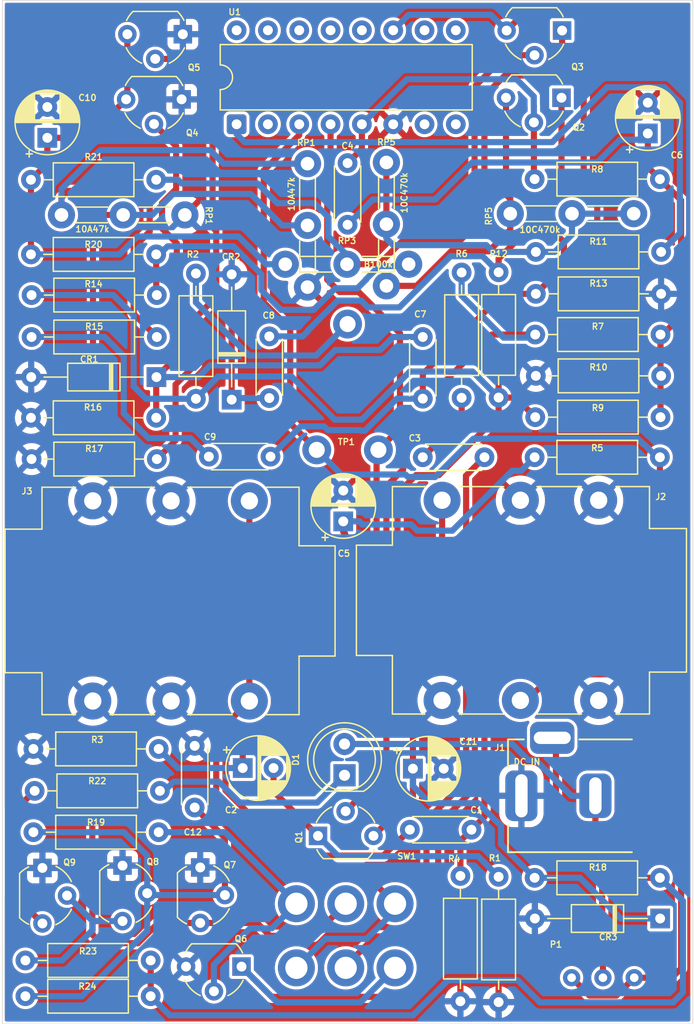
<source format=kicad_pcb>
(kicad_pcb (version 20241229) (generator "pcbnew") (generator_version "9.0")
  (layers (0 "F.Cu" signal) (2 "B.Cu" signal) (13 "F.Paste" user) (15 "B.Paste" user) (5 "F.SilkS" user "F.Silkscreen") (7 "B.SilkS" user "B.Silkscreen") (1 "F.Mask" user) (3 "B.Mask" user) (25 "Edge.Cuts" user))
  (net 0 "")
  (net 1 "Q6")
  (net 2 "Q7")
  (net 13 "Net-(SW1B-B)")
  (net 14 "BYPASS")
  (net 15 "Net-(C3-Pad1)")
  (net 16 "Net-(Q1-B)")
  (net 17 "Net-(Q1-E)")
  (net 18 "GND")
  (net 19 "Net-(U1C-+)")
  (net 20 "Net-(C1-Pad1)")
  (net 21 "Net-(U1C--)")
  (net 22 "Net-(Q2-B)")
  (net 23 "VB")
  (net 24 "Net-(P1-+)")
  (net 25 "Net-(P1--)")
  (net 26 "VCC")
  (net 27 "Net-(Q2-C)")
  (net 28 "Net-(Q2-E)")
  (net 29 "Net-(CR2-K)")
  (net 30 "Net-(CR1-K)")
  (net 31 "Net-(R14-Pad2)")
  (net 32 "Net-(Q4-C)")
  (net 33 "Net-(R2-Pad1)")
  (net 34 "Net-(R11-Pad2)")
  (net 35 "Net-(R11-Pad1)")
  (net 36 "Net-(Q3-B)")
  (net 37 "Net-(Q3-E)")
  (net 38 "Net-(C9-Pad1)")
  (net 39 "Net-(R15-Pad2)")
  (net 40 "SW")
  (net 41 "Net-(Q7-G)")
  (net 42 "Net-(D1-A)")
  (net 43 "Net-(D1-K)")
  (net 44 "Net-(Q9-C)")
  (net 45 "Net-(Q8-D)")
  (footprint "Capacitor_THT:C_Disc_D4.3mm_W1.9mm_P5.00mm" (layer "F.Cu") (at 6.1 -4.45)
    (property "Reference" "C3")
    (property "Value" "10n")
  )
  (footprint "Capacitor_THT:CP_Radial_D5.0mm_P2.50mm" (layer "F.Cu") (at -24.35 -30.35 90)
    (property "Reference" "C10")
    (property "Value" "10u")
  )
  (footprint "Resistor_THT:R_Axial_DIN0207_L6.3mm_D2.5mm_P10.16mm_Horizontal" (layer "F.Cu") (at -25.48 19.2)
    (property "Reference" "R3")
    (property "Value" "1M")
  )
  (footprint "Resistor_THT:R_Axial_DIN0207_L6.3mm_D2.5mm_P10.16mm_Horizontal" (layer "F.Cu") (at -25.68 -7.65)
    (property "Reference" "R16")
    (property "Value" "1M")
  )
  (footprint "myFoot:my_pot_5mm" (layer "F.Cu") (at 18.2 -24.2 180)
    (property "Reference" "RP5")
    (property "Value" "10C470k")
  )
  (footprint "Resistor_THT:R_Axial_DIN0207_L6.3mm_D2.5mm_P10.16mm_Horizontal" (layer "F.Cu") (at 9.25 -19.43 -90)
    (property "Reference" "R6")
    (property "Value" "10k")
  )
  (footprint "Connector_Audio:Jack_6.35mm_Neutrik_NMJ6HCD2_Horizontal" (layer "F.Cu") (at 7.665 -0.965)
    (property "Reference" "J2")
    (property "Value" "INPUT")
  )
  (footprint "Resistor_THT:R_Axial_DIN0207_L6.3mm_D2.5mm_P10.16mm_Horizontal" (layer "F.Cu") (at 15.27 -17.7)
    (property "Reference" "R13")
    (property "Value" "10k")
  )
  (footprint "Connector_PinHeader_2.54mm:PinHeader_2x03_P2.54mm_Vertical" (layer "F.Cu") (at 3.85 31.75 -90)
    (property "Reference" "SW1")
    (property "Value" "SW1")
  )
  (footprint "Resistor_THT:R_Axial_DIN0207_L6.3mm_D2.5mm_P10.16mm_Horizontal" (layer "F.Cu") (at -25.68 -26.95)
    (property "Reference" "R21")
    (property "Value" "Empty")
  )
  (footprint "Package_TO_SOT_THT:TO-92_Wide" (layer "F.Cu") (at 17.65 -33.6 180)
    (property "Reference" "Q2")
    (property "Value" "MPSA18")
  )
  (footprint "Resistor_THT:R_Axial_DIN0207_L6.3mm_D2.5mm_P10.16mm_Horizontal" (layer "F.Cu") (at 12.25 -19.45 -90)
    (property "Reference" "R12")
    (property "Value" "10k")
  )
  (footprint "Package_DIP:DIP-16_W7.62mm" (layer "F.Cu") (at -9 -31.45 90)
    (property "Reference" "U1")
    (property "Value" "LM13700N")
  )
  (footprint "Resistor_THT:R_Axial_DIN0207_L6.3mm_D2.5mm_P10.16mm_Horizontal" (layer "F.Cu") (at 15.17 29.65)
    (property "Reference" "R18")
    (property "Value" "100R")
  )
  (footprint "Potentiometer_THT:Potentiometer_ACP_CA9-V10_Vertical_Hole" (layer "F.Cu") (at 2.5 -5.05 90)
    (property "Reference" "TP1")
    (property "Value" "2k")
  )
  (footprint "Diode_THT:D_DO-35_SOD27_P10.16mm_Horizontal" (layer "F.Cu") (at -9.4 -9.12 90)
    (property "Reference" "CR2")
    (property "Value" "1N4148")
  )
  (footprint "Resistor_THT:R_Axial_DIN0207_L6.3mm_D2.5mm_P10.16mm_Horizontal" (layer "F.Cu") (at -25.63 -4.3)
    (property "Reference" "R17")
    (property "Value" "1M")
  )
  (footprint "Capacitor_THT:CP_Radial_D5.0mm_P2.50mm" (layer "F.Cu") (at -0.35 0.75 90)
    (property "Reference" "C5")
    (property "Value" "1u")
  )
  (footprint "Resistor_THT:R_Axial_DIN0207_L6.3mm_D2.5mm_P10.16mm_Horizontal" (layer "F.Cu") (at 15.17 -27)
    (property "Reference" "R8")
    (property "Value" "150k")
  )
  (footprint "Package_TO_SOT_THT:TO-92_Wide" (layer "F.Cu") (at 17.7 -39.05 180)
    (property "Reference" "Q3")
    (property "Value" "MPSA18")
  )
  (footprint "Resistor_THT:R_Axial_DIN0207_L6.3mm_D2.5mm_P10.16mm_Horizontal" (layer "F.Cu") (at -25.68 -20.9)
    (property "Reference" "R20")
    (property "Value" "300k")
  )
  (footprint "Resistor_THT:R_Axial_DIN0207_L6.3mm_D2.5mm_P10.16mm_Horizontal" (layer "F.Cu") (at -25.38 22.6)
    (property "Reference" "R22")
    (property "Value" "3.9k")
  )
  (footprint "Package_TO_SOT_THT:TO-92_Wide" (layer "F.Cu") (at -11.95 28.51 -90)
    (property "Reference" "Q7")
    (property "Value" "J177")
  )
  (footprint "Diode_THT:D_DO-35_SOD27_P10.16mm_Horizontal" (layer "F.Cu") (at 25.35 32.95 180)
    (property "Reference" "CR3")
    (property "Value" "1N4148")
  )
  (footprint "Package_TO_SOT_THT:TO-92_Wide" (layer "F.Cu") (at -24.75 28.55 -90)
    (property "Reference" "Q9")
    (property "Value" "MPSA18")
  )
  (footprint "Resistor_THT:R_Axial_DIN0207_L6.3mm_D2.5mm_P10.16mm_Horizontal" (layer "F.Cu") (at -12.3 -19.35 -90)
    (property "Reference" "R2")
    (property "Value" "470k")
  )
  (footprint "Resistor_THT:R_Axial_DIN0207_L6.3mm_D2.5mm_P10.16mm_Horizontal" (layer "F.Cu") (at 15.17 -4.45)
    (property "Reference" "R5")
    (property "Value" "16k")
  )
  (footprint "LED_THT:LED_D5.0mm" (layer "F.Cu") (at -0.25 21.34 90)
    (property "Reference" "D1")
    (property "Value" "LED")
  )
  (footprint "Resistor_THT:R_Axial_DIN0207_L6.3mm_D2.5mm_P10.16mm_Horizontal" (layer "F.Cu") (at -26.13 36.35)
    (property "Reference" "R23")
    (property "Value" "470k")
  )
  (footprint "Connector_Audio:Jack_6.35mm_Neutrik_NMJ6HCD2_Horizontal" (layer "F.Cu") (at -7.965 15.315 180)
    (property "Reference" "J3")
    (property "Value" "OUTPUT")
  )
  (footprint "myFoot:my_pot_5mm" (layer "F.Cu") (at -0.05 -20.1)
    (property "Reference" "RP3")
    (property "Value" "B100k")
  )
  (footprint "Capacitor_THT:C_Disc_D4.3mm_W1.9mm_P5.00mm" (layer "F.Cu") (at -11.25 -4.5)
    (property "Reference" "C9")
    (property "Value" "47n")
  )
  (footprint "Capacitor_THT:C_Disc_D4.3mm_W1.9mm_P5.00mm" (layer "F.Cu") (at -12.4 18.95 -90)
    (property "Reference" "C12")
    (property "Value" "22n")
  )
  (footprint "Capacitor_THT:C_Disc_D4.3mm_W1.9mm_P5.00mm" (layer "F.Cu") (at -6.35 -14.25 -90)
    (property "Reference" "C8")
    (property "Value" "10n")
  )
  (footprint "Capacitor_THT:CP_Radial_D5.0mm_P2.50mm" (layer "F.Cu") (at 5.3 20.8)
    (property "Reference" "C11")
    (property "Value" "100u")
  )
  (footprint "myFoot:my_pot_5mm" (layer "F.Cu") (at -18.2 -24.1 180)
    (property "Reference" "RP1")
    (property "Value" "10A47k")
  )
  (footprint "Resistor_THT:R_Axial_DIN0207_L6.3mm_D2.5mm_P10.16mm_Horizontal" (layer "F.Cu") (at 15.22 -7.7)
    (property "Reference" "R9")
    (property "Value" "56k")
  )
  (footprint "myFoot:my_DC_Jack" (layer "F.Cu") (at 27.6 23 180)
    (property "Reference" "J1")
    (property "Value" "DC_IN")
  )
  (footprint "Package_TO_SOT_THT:TO-92_Wide" (layer "F.Cu") (at -18.25 28.36 -90)
    (property "Reference" "Q8")
    (property "Value" "J177")
  )
  (footprint "Capacitor_THT:CP_Radial_D5.0mm_P2.50mm" (layer "F.Cu") (at -8.505112 20.75)
    (property "Reference" "C2")
    (property "Value" "1u")
  )
  (footprint "Resistor_THT:R_Axial_DIN0207_L6.3mm_D2.5mm_P10.16mm_Horizontal" (layer "F.Cu") (at -25.48 25.95)
    (property "Reference" "R19")
    (property "Value" "100k")
  )
  (footprint "Package_TO_SOT_THT:TO-92_Wide" (layer "F.Cu") (at -2.7 26.25)
    (property "Reference" "Q1")
    (property "Value" "MPSA18")
  )
  (footprint "Resistor_THT:R_Axial_DIN0207_L6.3mm_D2.5mm_P10.16mm_Horizontal" (layer "F.Cu") (at 12.25 29.57 -90)
    (property "Reference" "R1")
    (property "Value" "10k")
  )
  (footprint "Diode_THT:D_DO-35_SOD27_P10.16mm_Horizontal" (layer "F.Cu") (at -15.5 -10.95 180)
    (property "Reference" "CR1")
    (property "Value" "1N4148")
  )
  (footprint "Package_TO_SOT_THT:TO-92_Wide" (layer "F.Cu") (at -13.06 -38.75 180)
    (property "Reference" "Q5")
    (property "Value" "MPSA18")
  )
  (footprint "Package_TO_SOT_THT:TO-92_Wide" (layer "F.Cu") (at -13.16 -33.47 180)
    (property "Reference" "Q4")
    (property "Value" "MPSA18")
  )
  (footprint "Capacitor_THT:C_Disc_D4.3mm_W1.9mm_P5.00mm" (layer "F.Cu") (at 5.05 25.75)
    (property "Reference" "C1")
    (property "Value" "10n")
  )
  (footprint "Resistor_THT:R_Axial_DIN0207_L6.3mm_D2.5mm_P10.16mm_Horizontal" (layer "F.Cu") (at 9.15 29.5 -90)
    (property "Reference" "R4")
    (property "Value" "1M")
  )
  (footprint "Resistor_THT:R_Axial_DIN0207_L6.3mm_D2.5mm_P10.16mm_Horizontal" (layer "F.Cu") (at 15.27 -11.05)
    (property "Reference" "R10")
    (property "Value" "27k")
  )
  (footprint "Capacitor_THT:C_Disc_D4.3mm_W1.9mm_P5.00mm" (layer "F.Cu") (at 6.1 -14.2 -90)
    (property "Reference" "C7")
    (property "Value" "10n")
  )
  (footprint "Resistor_THT:R_Axial_DIN0207_L6.3mm_D2.5mm_P10.16mm_Horizontal" (layer "F.Cu") (at -25.63 -17.6)
    (property "Reference" "R14")
    (property "Value" "150k")
  )
  (footprint "Package_TO_SOT_THT:TO-92_Wide" (layer "F.Cu") (at -8.3 36.85 180)
    (property "Reference" "Q6")
    (property "Value" "J177")
  )
  (footprint "Resistor_THT:R_Axial_DIN0207_L6.3mm_D2.5mm_P10.16mm_Horizontal" (layer "F.Cu") (at -26.13 39.25)
    (property "Reference" "R24")
    (property "Value" "4.7M")
  )
  (footprint "myFoot:my_conn" (layer "F.Cu") (at 18.17 37.75 -90)
    (property "Reference" "P1")
    (property "Value" "Battery")
  )
  (footprint "Resistor_THT:R_Axial_DIN0207_L6.3mm_D2.5mm_P10.16mm_Horizontal" (layer "F.Cu") (at -25.63 -14.2)
    (property "Reference" "R15")
    (property "Value" "10k")
  )
  (footprint "myFoot:my_pot_5mm" (layer "F.Cu") (at -3.25 -23.25 90)
    (property "Reference" "RP1")
    (property "Value" "10A47k")
  )
  (footprint "Resistor_THT:R_Axial_DIN0207_L6.3mm_D2.5mm_P10.16mm_Horizontal" (layer "F.Cu") (at 15.27 -21.1)
    (property "Reference" "R11")
    (property "Value" "27k")
  )
  (footprint "Capacitor_THT:C_Disc_D4.3mm_W1.9mm_P5.00mm" (layer "F.Cu") (at 0 -28.3 -90)
    (property "Reference" "C4")
    (property "Value" "1n")
  )
  (footprint "Capacitor_THT:CP_Radial_D5.0mm_P2.50mm" (layer "F.Cu") (at 24.35 -30.7 90)
    (property "Reference" "C6")
    (property "Value" "1u")
  )
  (footprint "Resistor_THT:R_Axial_DIN0207_L6.3mm_D2.5mm_P10.16mm_Horizontal" (layer "F.Cu") (at 15.22 -14.4)
    (property "Reference" "R7")
    (property "Value" "1M")
  )
  (footprint "myFoot:my_pot_5mm" (layer "F.Cu") (at 3.15 -23.35 -90)
    (property "Reference" "RP5")
    (property "Value" "10C470k")
  )
  (gr_rect (start -28 -41.5) (end 28 41.5) (stroke (width 0.05)) (fill no) (layer "Edge.Cuts"))
  (segment (start 10.317 22.383) (end 10.317 12.967) (width 0.5) (layer "F.Cu") (net 1))
  (segment (start 7.35 37.1) (end 7.35 25.35) (width 0.5) (layer "F.Cu") (net 1))
  (segment (start 9.6 8.9) (end 9.616 8.884) (width 0.5) (layer "F.Cu") (net 1))
  (segment (start -8.6 36.85) (end -6.15 39.3) (width 0.5) (layer "F.Cu") (net 1))
  (segment (start -6.15 39.3) (end 5.15 39.3) (width 0.5) (layer "F.Cu") (net 1))
  (segment (start 9.616 -2.084) (end 9.6 -2.1) (width 0.5) (layer "F.Cu") (net 1))
  (segment (start 9.6 -2.95) (end 11.1 -4.45) (width 0.5) (layer "F.Cu") (net 1))
  (segment (start 7.35 25.35) (end 10.317 22.383) (width 0.5) (layer "F.Cu") (net 1))
  (segment (start 10.317 12.967) (end 9.6 12.25) (width 0.5) (layer "F.Cu") (net 1))
  (segment (start 9.616 8.884) (end 9.616 -2.084) (width 0.5) (layer "F.Cu") (net 1))
  (segment (start 9.6 12.25) (end 9.6 8.9) (width 0.5) (layer "F.Cu") (net 1))
  (segment (start 9.6 -2.1) (end 9.6 -2.95) (width 0.5) (layer "F.Cu") (net 1))
  (segment (start 5.15 39.3) (end 7.35 37.1) (width 0.5) (layer "F.Cu") (net 1))
  (segment (start 3.85 36.95) (end 1.05 39.75) (width 0.5) (layer "B.Cu") (net 1))
  (segment (start -5.7 39.75) (end -8.6 36.85) (width 0.5) (layer "B.Cu") (net 1))
  (segment (start 1.05 39.75) (end -5.7 39.75) (width 0.5) (layer "B.Cu") (net 1))
  (segment (start -20.65 -23.25) (end -20.65 -4.4) (width 0.5) (layer "F.Cu") (net 2))
  (segment (start -23.55 17.5) (end -20.7 20.35) (width 0.5) (layer "F.Cu") (net 2))
  (segment (start -17 34.95) (end -15.36 33.31) (width 0.5) (layer "F.Cu") (net 2))
  (segment (start -20.7 20.35) (end -20.7 34.25) (width 0.5) (layer "F.Cu") (net 2))
  (segment (start -7.34 33.31) (end -6.3 34.35) (width 0.5) (layer "F.Cu") (net 2))
  (segment (start -18.2 -24.1) (end -19.8 -24.1) (width 0.5) (layer "F.Cu") (net 2))
  (segment (start -20.7 34.25) (end -20 34.95) (width 0.5) (layer "F.Cu") (net 2))
  (segment (start -2.75 34.35) (end -0.15 31.75) (width 0.5) (layer "F.Cu") (net 2))
  (segment (start -19.8 -24.1) (end -20.65 -23.25) (width 0.5) (layer "F.Cu") (net 2))
  (segment (start -11.95 33.31) (end -7.34 33.31) (width 0.5) (layer "F.Cu") (net 2))
  (segment (start -23.55 -1.5) (end -23.55 17.5) (width 0.5) (layer "F.Cu") (net 2))
  (segment (start -20 34.95) (end -17 34.95) (width 0.5) (layer "F.Cu") (net 2))
  (segment (start -15.36 33.31) (end -11.95 33.31) (width 0.5) (layer "F.Cu") (net 2))
  (segment (start -6.3 34.35) (end -2.75 34.35) (width 0.5) (layer "F.Cu") (net 2))
  (segment (start -20.65 -4.4) (end -23.55 -1.5) (width 0.5) (layer "F.Cu") (net 2))
  (segment (start -18.2 -24.1) (end -15.85 -24.1) (width 0.5) (layer "B.Cu") (net 2))
  (segment (start -5.3 -23.25) (end -3.25 -23.25) (width 0.5) (layer "B.Cu") (net 2))
  (segment (start -7.85 -25.8) (end -5.3 -23.25) (width 0.5) (layer "B.Cu") (net 2))
  (segment (start -15.85 -24.1) (end -14.15 -25.8) (width 0.5) (layer "B.Cu") (net 2))
  (segment (start -14.15 -25.8) (end -7.85 -25.8) (width 0.5) (layer "B.Cu") (net 2))
  (segment (start 9.616 13.666) (end 7.665 11.715) (width 0.5) (layer "F.Cu") (net 13))
  (segment (start -0.15 36.8) (end 2.25 34.4) (width 0.5) (layer "F.Cu") (net 13))
  (segment (start -0.15 36.95) (end -0.15 36.8) (width 0.5) (layer "F.Cu") (net 13))
  (segment (start 7.665 11.715) (end 7.665 -0.965) (width 0.5) (layer "F.Cu") (net 13))
  (segment (start 6.4 33.55) (end 6.4 25) (width 0.5) (layer "F.Cu") (net 13))
  (segment (start 6.4 25) (end 9.616 21.784) (width 0.5) (layer "F.Cu") (net 13))
  (segment (start 9.616 21.784) (end 9.616 13.666) (width 0.5) (layer "F.Cu") (net 13))
  (segment (start 5.55 34.4) (end 6.4 33.55) (width 0.5) (layer "F.Cu") (net 13))
  (segment (start 2.25 34.4) (end 5.55 34.4) (width 0.5) (layer "F.Cu") (net 13))
  (segment (start -10.65 18) (end -10.65 22.8) (width 0.5) (layer "F.Cu") (net 14))
  (segment (start -4.6 28.85) (end 0.95 28.85) (width 0.5) (layer "F.Cu") (net 14))
  (segment (start -7.965 15.315) (end -10.65 18) (width 0.5) (layer "F.Cu") (net 14))
  (segment (start 0.95 28.85) (end 3.85 31.75) (width 0.5) (layer "F.Cu") (net 14))
  (segment (start -10.65 22.8) (end -4.6 28.85) (width 0.5) (layer "F.Cu") (net 14))
  (segment (start -7.965 -0.915) (end -7.965 15.315) (width 0.5) (layer "F.Cu") (net 14))
  (segment (start -1.8 34.6) (end 1.55 34.6) (width 0.5) (layer "B.Cu") (net 14))
  (segment (start -4.15 36.95) (end -1.8 34.6) (width 0.5) (layer "B.Cu") (net 14))
  (segment (start 1.55 34.6) (end 3.85 32.3) (width 0.5) (layer "B.Cu") (net 14))
  (segment (start 3.85 32.3) (end 3.85 31.75) (width 0.5) (layer "B.Cu") (net 14))
  (segment (start 9.25 -9.27) (end 9.25 -7.6) (width 0.5) (layer "F.Cu") (net 15))
  (segment (start 9.25 -7.6) (end 6.1 -4.45) (width 0.5) (layer "F.Cu") (net 15))
  (segment (start 3.15 20.9) (end 1.4 22.65) (width 0.5) (layer "F.Cu") (net 16))
  (segment (start 4.5 -3.45) (end 3.15 -2.1) (width 0.5) (layer "F.Cu") (net 16))
  (segment (start 7.75 -8.65) (end 4.5 -5.4) (width 0.5) (layer "F.Cu") (net 16))
  (segment (start 7.75 -10.45) (end 7.75 -8.65) (width 0.5) (layer "F.Cu") (net 16))
  (segment (start 3.15 -2.1) (end 3.15 20.9) (width 0.5) (layer "F.Cu") (net 16))
  (segment (start 1.4 22.65) (end 1.4 22.69) (width 0.5) (layer "F.Cu") (net 16))
  (segment (start 15.22 -14.4) (end 11.7 -14.4) (width 0.5) (layer "F.Cu") (net 16))
  (segment (start 11.7 -14.4) (end 7.75 -10.45) (width 0.5) (layer "F.Cu") (net 16))
  (segment (start 4.5 -5.4) (end 4.5 -3.45) (width 0.5) (layer "F.Cu") (net 16))
  (segment (start 1.4 22.69) (end -0.16 24.25) (width 0.5) (layer "F.Cu") (net 16))
  (segment (start 14.97 -14.15) (end 15.22 -14.4) (width 0.5) (layer "B.Cu") (net 16))
  (segment (start 9.25 -19.43) (end 9.25 -17.55) (width 0.5) (layer "B.Cu") (net 16))
  (segment (start 12.65 -14.15) (end 14.97 -14.15) (width 0.5) (layer "B.Cu") (net 16))
  (segment (start 9.25 -17.55) (end 12.65 -14.15) (width 0.5) (layer "B.Cu") (net 16))
  (segment (start -6.005112 20.75) (end -6.005112 22.644888) (width 0.5) (layer "F.Cu") (net 17))
  (segment (start -6.005112 22.644888) (end -2.4 26.25) (width 0.5) (layer "F.Cu") (net 17))
  (segment (start -0.75 27.9) (end 10.58 27.9) (width 0.5) (layer "B.Cu") (net 17))
  (segment (start -2.4 26.25) (end -0.75 27.9) (width 0.5) (layer "B.Cu") (net 17))
  (segment (start 10.58 27.9) (end 12.25 29.57) (width 0.5) (layer "B.Cu") (net 17))
  (segment (start -2.5 -5.05) (end -4.65 -7.2) (width 0.5) (layer "F.Cu") (net 19))
  (segment (start 9.15 29.5) (end 9.15 26.65) (width 0.5) (layer "F.Cu") (net 19))
  (segment (start 9.15 26.65) (end 10.05 25.75) (width 0.5) (layer "F.Cu") (net 19))
  (segment (start -6.8 -17) (end -6.8 -27.7) (width 0.5) (layer "F.Cu") (net 19))
  (segment (start -4.65 -14.85) (end -6.8 -17) (width 0.5) (layer "F.Cu") (net 19))
  (segment (start 11.1 13.35) (end 25.33 -0.88) (width 0.5) (layer "F.Cu") (net 19))
  (segment (start -3.92 -30.58) (end -3.92 -31.45) (width 0.5) (layer "F.Cu") (net 19))
  (segment (start -4.65 -7.2) (end -4.65 -14.85) (width 0.5) (layer "F.Cu") (net 19))
  (segment (start -6.8 -27.7) (end -3.92 -30.58) (width 0.5) (layer "F.Cu") (net 19))
  (segment (start 11.1 24.7) (end 11.1 13.35) (width 0.5) (layer "F.Cu") (net 19))
  (segment (start 25.33 -0.88) (end 25.33 -4.45) (width 0.5) (layer "F.Cu") (net 19))
  (segment (start 10.05 25.75) (end 11.1 24.7) (width 0.5) (layer "F.Cu") (net 19))
  (segment (start 25.1 -4.45) (end 25.33 -4.45) (width 0.5) (layer "B.Cu") (net 19))
  (segment (start 24 -5.5) (end 24.05 -5.5) (width 0.5) (layer "B.Cu") (net 19))
  (segment (start 23.55 -5.95) (end 24 -5.5) (width 0.5) (layer "B.Cu") (net 19))
  (segment (start 4.9 -2.85) (end 7.1 -2.85) (width 0.5) (layer "B.Cu") (net 19))
  (segment (start 24.05 -5.5) (end 25.1 -4.45) (width 0.5) (layer "B.Cu") (net 19))
  (segment (start 4.7 -3.05) (end 4.9 -2.85) (width 0.5) (layer "B.Cu") (net 19))
  (segment (start -2.5 -5.05) (end -0.5 -3.05) (width 0.5) (layer "B.Cu") (net 19))
  (segment (start 7.1 -2.85) (end 10.2 -5.95) (width 0.5) (layer "B.Cu") (net 19))
  (segment (start -0.5 -3.05) (end 4.7 -3.05) (width 0.5) (layer "B.Cu") (net 19))
  (segment (start 10.2 -5.95) (end 23.55 -5.95) (width 0.5) (layer "B.Cu") (net 19))
  (segment (start -9.9 22.558636) (end -4.608636 27.85) (width 0.5) (layer "F.Cu") (net 20))
  (segment (start 3.75 27.05) (end 5.05 25.75) (width 0.5) (layer "F.Cu") (net 20))
  (segment (start -9.9 19.3) (end -9.9 22.558636) (width 0.5) (layer "F.Cu") (net 20))
  (segment (start -0.35 1.6) (end -0.2 1.75) (width 0.5) (layer "F.Cu") (net 20))
  (segment (start -2.9 17.7) (end -8.3 17.7) (width 0.5) (layer "F.Cu") (net 20))
  (segment (start 3.7 27.05) (end 3.75 27.05) (width 0.5) (layer "F.Cu") (net 20))
  (segment (start -0.2 1.75) (end -0.2 15) (width 0.5) (layer "F.Cu") (net 20))
  (segment (start -0.35 0.75) (end -0.35 1.6) (width 0.5) (layer "F.Cu") (net 20))
  (segment (start 2.9 27.85) (end 3.7 27.05) (width 0.5) (layer "F.Cu") (net 20))
  (segment (start -0.2 15) (end -2.9 17.7) (width 0.5) (layer "F.Cu") (net 20))
  (segment (start -8.3 17.7) (end -9.9 19.3) (width 0.5) (layer "F.Cu") (net 20))
  (segment (start -4.608636 27.85) (end 2.9 27.85) (width 0.5) (layer "F.Cu") (net 20))
  (segment (start 5.15 1) (end 5.65 1.5) (width 0.5) (layer "B.Cu") (net 20))
  (segment (start 13.35 -3.35) (end 14.07 -3.35) (width 0.5) (layer "B.Cu") (net 20))
  (segment (start 8.5 1.5) (end 13.35 -3.35) (width 0.5) (layer "B.Cu") (net 20))
  (segment (start 5.65 1.5) (end 8.5 1.5) (width 0.5) (layer "B.Cu") (net 20))
  (segment (start 14.07 -3.35) (end 15.17 -4.45) (width 0.5) (layer "B.Cu") (net 20))
  (segment (start -0.35 0.75) (end 0.95 0.75) (width 0.5) (layer "B.Cu") (net 20))
  (segment (start 1.2 1) (end 5.15 1) (width 0.5) (layer "B.Cu") (net 20))
  (segment (start 0.95 0.75) (end 1.2 1) (width 0.5) (layer "B.Cu") (net 20))
  (segment (start -8.505112 19.305112) (end -7.8 18.6) (width 0.5) (layer "F.Cu") (net 21))
  (segment (start -1.38 -29.32) (end -1.65 -29.05) (width 0.5) (layer "F.Cu") (net 21))
  (segment (start -1.65 -29.05) (end -1.65 -18.85) (width 0.5) (layer "F.Cu") (net 21))
  (segment (start -1.38 -31.45) (end -1.38 -29.32) (width 0.5) (layer "F.Cu") (net 21))
  (segment (start 0.9 -17.85) (end 4.25 -14.5) (width 0.5) (layer "F.Cu") (net 21))
  (segment (start -7.8 18.6) (end -2.65 18.6) (width 0.5) (layer "F.Cu") (net 21))
  (segment (start -8.505112 20.75) (end -8.505112 19.305112) (width 0.5) (layer "F.Cu") (net 21))
  (segment (start 4.25 -14.5) (end 4.25 -6.8) (width 0.5) (layer "F.Cu") (net 21))
  (segment (start -1.65 -18.85) (end -0.65 -17.85) (width 0.5) (layer "F.Cu") (net 21))
  (segment (start 2.35 13.6) (end 2.35 -4.9) (width 0.5) (layer "F.Cu") (net 21))
  (segment (start 4.25 -6.8) (end 2.5 -5.05) (width 0.5) (layer "F.Cu") (net 21))
  (segment (start 2.35 -4.9) (end 2.5 -5.05) (width 0.5) (layer "F.Cu") (net 21))
  (segment (start -2.65 18.6) (end 2.35 13.6) (width 0.5) (layer "F.Cu") (net 21))
  (segment (start -0.65 -17.85) (end 0.9 -17.85) (width 0.5) (layer "F.Cu") (net 21))
  (segment (start -13.77 20.75) (end -15.32 19.2) (width 0.5) (layer "B.Cu") (net 21))
  (segment (start -8.505112 20.75) (end -13.77 20.75) (width 0.5) (layer "B.Cu") (net 21))
  (segment (start 15.11 -27.06) (end 15.17 -27) (width 0.5) (layer "F.Cu") (net 22))
  (segment (start 1.16 -31.45) (end 1.16 -29.46) (width 0.5) (layer "F.Cu") (net 22))
  (segment (start 1.16 -29.46) (end 0 -28.3) (width 0.5) (layer "F.Cu") (net 22))
  (segment (start 15.11 -31.6) (end 15.11 -27.06) (width 0.5) (layer "F.Cu") (net 22))
  (segment (start 15.1 -32.95) (end 15.11 -32.94) (width 0.5) (layer "B.Cu") (net 22))
  (segment (start 15.1 -33.7) (end 15.1 -32.95) (width 0.5) (layer "B.Cu") (net 22))
  (segment (start 13.7 -35.1) (end 15.1 -33.7) (width 0.5) (layer "B.Cu") (net 22))
  (segment (start 1.16 -31.45) (end 4.81 -35.1) (width 0.5) (layer "B.Cu") (net 22))
  (segment (start 15.11 -32.94) (end 15.11 -31.6) (width 0.5) (layer "B.Cu") (net 22))
  (segment (start 4.81 -35.1) (end 13.7 -35.1) (width 0.5) (layer "B.Cu") (net 22))
  (segment (start 25.38 -11) (end 25.43 -11.05) (width 0.5) (layer "F.Cu") (net 23))
  (segment (start 24.35 -30.7) (end 24.35 -27.98) (width 0.5) (layer "F.Cu") (net 23))
  (segment (start 25.38 -11.1) (end 25.43 -11.05) (width 0.5) (layer "F.Cu") (net 23))
  (segment (start 25.55 -14.4) (end 27.05 -15.9) (width 0.5) (layer "F.Cu") (net 23))
  (segment (start 24.35 -27.98) (end 25.33 -27) (width 0.5) (layer "F.Cu") (net 23))
  (segment (start 25.38 -7.7) (end 25.38 -11) (width 0.5) (layer "F.Cu") (net 23))
  (segment (start 27.05 -25.28) (end 25.33 -27) (width 0.5) (layer "F.Cu") (net 23))
  (segment (start 27.05 -15.9) (end 27.05 -25.28) (width 0.5) (layer "F.Cu") (net 23))
  (segment (start 25.38 -14.4) (end 25.38 -11.1) (width 0.5) (layer "F.Cu") (net 23))
  (segment (start 25.38 -14.4) (end 25.55 -14.4) (width 0.5) (layer "F.Cu") (net 23))
  (segment (start 10.1 -28.35) (end 20.25 -28.35) (width 0.5) (layer "B.Cu") (net 23))
  (segment (start 22.1 -30.2) (end 23.85 -30.2) (width 0.5) (layer "B.Cu") (net 23))
  (segment (start 20.25 -28.35) (end 22.1 -30.2) (width 0.5) (layer "B.Cu") (net 23))
  (segment (start 23.85 -30.2) (end 24.35 -30.7) (width 0.5) (layer "B.Cu") (net 23))
  (segment (start 7.1 -25.35) (end 10.1 -28.35) (width 0.5) (layer "B.Cu") (net 23))
  (segment (start 2.05 -25.35) (end 7.1 -25.35) (width 0.5) (layer "B.Cu") (net 23))
  (segment (start 0 -23.3) (end 2.05 -25.35) (width 0.5) (layer "B.Cu") (net 23))
  (segment (start 16.6 18.3) (end 16.9 18.6) (width 0.5) (layer "F.Cu") (net 24))
  (segment (start 20.65 29.95) (end 20.65 35.5) (width 0.5) (layer "F.Cu") (net 24))
  (segment (start 20.65 35.5) (end 20.71 35.56) (width 0.5) (layer "F.Cu") (net 24))
  (segment (start 16.9 26.2) (end 20.65 29.95) (width 0.5) (layer "F.Cu") (net 24))
  (segment (start 20.71 35.56) (end 20.71 37.75) (width 0.5) (layer "F.Cu") (net 24))
  (segment (start 16.9 18.6) (end 16.9 26.2) (width 0.5) (layer "F.Cu") (net 24))
  (segment (start 16.65 13.15) (end 14.535 15.265) (width 0.5) (layer "F.Cu") (net 25))
  (segment (start 18.17 37.75) (end 19.62 39.2) (width 0.5) (layer "F.Cu") (net 25))
  (segment (start 21.8 39.2) (end 23.25 37.75) (width 0.5) (layer "F.Cu") (net 25))
  (segment (start 14.535 15.265) (end 14.015 15.265) (width 0.5) (layer "F.Cu") (net 25))
  (segment (start 19.62 39.2) (end 21.8 39.2) (width 0.5) (layer "F.Cu") (net 25))
  (segment (start 24.1 13.15) (end 16.65 13.15) (width 0.5) (layer "F.Cu") (net 25))
  (segment (start 27.05 37) (end 27.05 16.1) (width 0.5) (layer "F.Cu") (net 25))
  (segment (start 23.25 37.75) (end 26.3 37.75) (width 0.5) (layer "F.Cu") (net 25))
  (segment (start 26.3 37.75) (end 27.05 37) (width 0.5) (layer "F.Cu") (net 25))
  (segment (start 27.05 16.1) (end 24.1 13.15) (width 0.5) (layer "F.Cu") (net 25))
  (segment (start 7.4 -3) (end 5.55 -3) (width 0.5) (layer "F.Cu") (net 26))
  (segment (start 12.25 -9.29) (end 12.25 -11.4) (width 0.5) (layer "F.Cu") (net 26))
  (segment (start 14 -40.05) (end 13.9 -40.05) (width 0.5) (layer "F.Cu") (net 26))
  (segment (start 12.25 -11.4) (end 13.5 -12.65) (width 0.5) (layer "F.Cu") (net 26))
  (segment (start 19.15 -39.75) (end 18.4 -40.5) (width 0.5) (layer "F.Cu") (net 26))
  (segment (start 18.4 -40.5) (end 14.45 -40.5) (width 0.5) (layer "F.Cu") (net 26))
  (segment (start 5.3 17.75) (end 5.3 20.8) (width 0.5) (layer "F.Cu") (net 26))
  (segment (start 5.3 23.05) (end 5.3 20.8) (width 0.5) (layer "F.Cu") (net 26))
  (segment (start 4.05 -1.5) (end 4.05 16.5) (width 0.5) (layer "F.Cu") (net 26))
  (segment (start 16.5 -12.65) (end 20.25 -16.4) (width 0.5) (layer "F.Cu") (net 26))
  (segment (start 20.25 -16.4) (end 20.25 -25.35) (width 0.5) (layer "F.Cu") (net 26))
  (segment (start 20.25 -25.35) (end 19.15 -26.45) (width 0.5) (layer "F.Cu") (net 26))
  (segment (start 14.45 -40.5) (end 14 -40.05) (width 0.5) (layer "F.Cu") (net 26))
  (segment (start 13.9 -40.05) (end 12.9 -39.05) (width 0.5) (layer "F.Cu") (net 26))
  (segment (start 12.25 -9.29) (end 12.25 -7.85) (width 0.5) (layer "F.Cu") (net 26))
  (segment (start 13.63 -9.29) (end 15.22 -7.7) (width 0.5) (layer "F.Cu") (net 26))
  (segment (start 4.05 16.5) (end 5.3 17.75) (width 0.5) (layer "F.Cu") (net 26))
  (segment (start 12.25 -9.29) (end 13.63 -9.29) (width 0.5) (layer "F.Cu") (net 26))
  (segment (start 5.55 -3) (end 4.05 -1.5) (width 0.5) (layer "F.Cu") (net 26))
  (segment (start 19.15 -26.45) (end 19.15 -39.75) (width 0.5) (layer "F.Cu") (net 26))
  (segment (start 2.1 26.25) (end 5.3 23.05) (width 0.5) (layer "F.Cu") (net 26))
  (segment (start 12.25 -7.85) (end 7.4 -3) (width 0.5) (layer "F.Cu") (net 26))
  (segment (start 13.5 -12.65) (end 16.5 -12.65) (width 0.5) (layer "F.Cu") (net 26))
  (segment (start -16.34 -9.19) (end -17.35 -10.2) (width 0.5) (layer "B.Cu") (net 26))
  (segment (start -1.05 -7.5) (end 1.15 -7.5) (width 0.5) (layer "B.Cu") (net 26))
  (segment (start 12.45 26.93) (end 15.17 29.65) (width 0.5) (layer "B.Cu") (net 26))
  (segment (start 15.17 29.65) (end 18.85 29.65) (width 0.5) (layer "B.Cu") (net 26))
  (segment (start 10.6 23.6) (end 12.45 25.45) (width 0.5) (layer "B.Cu") (net 26))
  (segment (start -10.49 -11) (end -4.55 -11) (width 0.5) (layer "B.Cu") (net 26))
  (segment (start 12.45 25.45) (end 12.45 26.93) (width 0.5) (layer "B.Cu") (net 26))
  (segment (start -17.35 -10.2) (end -17.35 -15.95) (width 0.5) (layer "B.Cu") (net 26))
  (segment (start -19 -17.6) (end -25.63 -17.6) (width 0.5) (layer "B.Cu") (net 26))
  (segment (start 10.14 -11.4) (end 12.25 -9.29) (width 0.5) (layer "B.Cu") (net 26))
  (segment (start 5.3 22.2) (end 6.7 23.6) (width 0.5) (layer "B.Cu") (net 26))
  (segment (start 1.15 -7.5) (end 5.05 -11.4) (width 0.5) (layer "B.Cu") (net 26))
  (segment (start -12.3 -9.19) (end -16.34 -9.19) (width 0.5) (layer "B.Cu") (net 26))
  (segment (start 11.629 -40.321) (end 4.951 -40.321) (width 0.5) (layer "B.Cu") (net 26))
  (segment (start 18.85 29.65) (end 22.15 32.95) (width 0.5) (layer "B.Cu") (net 26))
  (segment (start -4.55 -11) (end -1.05 -7.5) (width 0.5) (layer "B.Cu") (net 26))
  (segment (start 5.05 -11.4) (end 10.14 -11.4) (width 0.5) (layer "B.Cu") (net 26))
  (segment (start -12.3 -9.19) (end -10.49 -11) (width 0.5) (layer "B.Cu") (net 26))
  (segment (start -17.35 -15.95) (end -19 -17.6) (width 0.5) (layer "B.Cu") (net 26))
  (segment (start 4.951 -40.321) (end 3.7 -39.07) (width 0.5) (layer "B.Cu") (net 26))
  (segment (start 6.7 23.6) (end 10.6 23.6) (width 0.5) (layer "B.Cu") (net 26))
  (segment (start 5.3 20.8) (end 5.3 22.2) (width 0.5) (layer "B.Cu") (net 26))
  (segment (start 12.9 -39.05) (end 11.629 -40.321) (width 0.5) (layer "B.Cu") (net 26))
  (segment (start 22.15 32.95) (end 25.35 32.95) (width 0.5) (layer "B.Cu") (net 26))
  (segment (start 12.85 -27.1) (end 15 -24.95) (width 0.5) (layer "F.Cu") (net 27))
  (segment (start 12.85 -33.6) (end 12.85 -27.1) (width 0.5) (layer "F.Cu") (net 27))
  (segment (start 15 -23.3) (end 12.25 -20.55) (width 0.5) (layer "F.Cu") (net 27))
  (segment (start 15 -24.95) (end 15 -23.3) (width 0.5) (layer "F.Cu") (net 27))
  (segment (start 12.25 -20.55) (end 12.25 -19.45) (width 0.5) (layer "F.Cu") (net 27))
  (segment (start -3.2 -14.75) (end -0.8 -17.15) (width 0.5) (layer "B.Cu") (net 27))
  (segment (start 1.1 -17.15) (end 1.65 -16.6) (width 0.5) (layer "B.Cu") (net 27))
  (segment (start -3.2 -14.7) (end -3.2 -14.75) (width 0.5) (layer "B.Cu") (net 27))
  (segment (start 8.35 -20.75) (end 10.95 -20.75) (width 0.5) (layer "B.Cu") (net 27))
  (segment (start -6.35 -14.25) (end -3.65 -14.25) (width 0.5) (layer "B.Cu") (net 27))
  (segment (start 1.65 -16.6) (end 4.2 -16.6) (width 0.5) (layer "B.Cu") (net 27))
  (segment (start 10.95 -20.75) (end 12.25 -19.45) (width 0.5) (layer "B.Cu") (net 27))
  (segment (start 4.2 -16.6) (end 8.35 -20.75) (width 0.5) (layer "B.Cu") (net 27))
  (segment (start -0.8 -17.15) (end 1.1 -17.15) (width 0.5) (layer "B.Cu") (net 27))
  (segment (start -3.65 -14.25) (end -3.2 -14.7) (width 0.5) (layer "B.Cu") (net 27))
  (segment (start 16.05 -24.95) (end 16.05 -23.4) (width 0.5) (layer "F.Cu") (net 28))
  (segment (start 12.6 -17.7) (end 6.1 -11.2) (width 0.5) (layer "F.Cu") (net 28))
  (segment (start 17.35 -26.25) (end 16.05 -24.95) (width 0.5) (layer "F.Cu") (net 28))
  (segment (start 17.55 -19.95) (end 16.65 -19.05) (width 0.5) (layer "F.Cu") (net 28))
  (segment (start 17.35 -33.6) (end 17.35 -26.25) (width 0.5) (layer "F.Cu") (net 28))
  (segment (start 15.27 -17.7) (end 12.6 -17.7) (width 0.5) (layer "F.Cu") (net 28))
  (segment (start 16.62 -19.05) (end 15.27 -17.7) (width 0.5) (layer "F.Cu") (net 28))
  (segment (start 16.05 -23.4) (end 17.55 -21.9) (width 0.5) (layer "F.Cu") (net 28))
  (segment (start 6.1 -11.2) (end 6.1 -9.2) (width 0.5) (layer "F.Cu") (net 28))
  (segment (start 16.65 -19.05) (end 16.62 -19.05) (width 0.5) (layer "F.Cu") (net 28))
  (segment (start 17.55 -21.9) (end 17.55 -19.95) (width 0.5) (layer "F.Cu") (net 28))
  (segment (start -6.25 -4.5) (end -3.8 -6.95) (width 0.5) (layer "B.Cu") (net 28))
  (segment (start -3.8 -6.95) (end -1.9 -6.95) (width 0.5) (layer "B.Cu") (net 28))
  (segment (start 4 -9.2) (end 6.1 -9.2) (width 0.5) (layer "B.Cu") (net 28))
  (segment (start 1.4 -6.6) (end 4 -9.2) (width 0.5) (layer "B.Cu") (net 28))
  (segment (start 1.05 -6.65) (end 1.1 -6.6) (width 0.5) (layer "B.Cu") (net 28))
  (segment (start -1.9 -6.95) (end -1.6 -6.65) (width 0.5) (layer "B.Cu") (net 28))
  (segment (start -1.6 -6.65) (end 1.05 -6.65) (width 0.5) (layer "B.Cu") (net 28))
  (segment (start 1.1 -6.6) (end 1.4 -6.6) (width 0.5) (layer "B.Cu") (net 28))
  (segment (start -10.651 -17.251) (end -9.4 -16) (width 0.5) (layer "F.Cu") (net 29))
  (segment (start -12.3 -15.801) (end -10.651 -17.45) (width 0.5) (layer "F.Cu") (net 29))
  (segment (start -9.4 -16) (end -9.4 -9.12) (width 0.5) (layer "F.Cu") (net 29))
  (segment (start -15.47 -4.3) (end -13.95 -5.82) (width 0.5) (layer "F.Cu") (net 29))
  (segment (start -10.651 -21.349) (end -10.651 -17.45) (width 0.5) (layer "F.Cu") (net 29))
  (segment (start -10.95 -23.1) (end -10.65 -22.8) (width 0.5) (layer "F.Cu") (net 29))
  (segment (start -12.3 -12) (end -12.3 -15.801) (width 0.5) (layer "F.Cu") (net 29))
  (segment (start -15.6 -36.75) (end -12.95 -36.75) (width 0.5) (layer "F.Cu") (net 29))
  (segment (start -10.651 -17.45) (end -10.651 -17.251) (width 0.5) (layer "F.Cu") (net 29))
  (segment (start -13.95 -5.82) (end -13.95 -10.35) (width 0.5) (layer "F.Cu") (net 29))
  (segment (start -13.95 -10.35) (end -12.3 -12) (width 0.5) (layer "F.Cu") (net 29))
  (segment (start -10.65 -22.8) (end -10.65 -21.35) (width 0.5) (layer "F.Cu") (net 29))
  (segment (start -10.95 -34.75) (end -10.95 -23.1) (width 0.5) (layer "F.Cu") (net 29))
  (segment (start -10.65 -21.35) (end -10.651 -21.349) (width 0.5) (layer "F.Cu") (net 29))
  (segment (start -12.95 -36.75) (end -10.95 -34.75) (width 0.5) (layer "F.Cu") (net 29))
  (segment (start -6.35 -9.25) (end -9.27 -9.25) (width 0.5) (layer "B.Cu") (net 29))
  (segment (start -9.27 -9.25) (end -9.4 -9.12) (width 0.5) (layer "B.Cu") (net 29))
  (segment (start -15.05 -23) (end -13.85 -21.8) (width 0.5) (layer "F.Cu") (net 30))
  (segment (start -13.85 -12.6) (end -15.5 -10.95) (width 0.5) (layer "F.Cu") (net 30))
  (segment (start -13.9 -26.2) (end -15.05 -25.05) (width 0.5) (layer "F.Cu") (net 30))
  (segment (start -13.85 -21.8) (end -13.85 -12.6) (width 0.5) (layer "F.Cu") (net 30))
  (segment (start -15.05 -25.05) (end -15.05 -23) (width 0.5) (layer "F.Cu") (net 30))
  (segment (start -15.52 -7.65) (end -15.52 -10.93) (width 0.5) (layer "F.Cu") (net 30))
  (segment (start -15.52 -10.93) (end -15.5 -10.95) (width 0.5) (layer "F.Cu") (net 30))
  (segment (start -15.7 -31.47) (end -13.9 -29.67) (width 0.5) (layer "F.Cu") (net 30))
  (segment (start -13.9 -29.67) (end -13.9 -26.2) (width 0.5) (layer "F.Cu") (net 30))
  (segment (start -1 -13.15) (end -2.25 -11.9) (width 0.5) (layer "B.Cu") (net 30))
  (segment (start 2.65 -13.15) (end -1 -13.15) (width 0.5) (layer "B.Cu") (net 30))
  (segment (start 6.1 -14.2) (end 3.7 -14.2) (width 0.5) (layer "B.Cu") (net 30))
  (segment (start -12.1 -10.95) (end -15.5 -10.95) (width 0.5) (layer "B.Cu") (net 30))
  (segment (start -2.25 -11.9) (end -11.15 -11.9) (width 0.5) (layer "B.Cu") (net 30))
  (segment (start 3.7 -14.2) (end 2.65 -13.15) (width 0.5) (layer "B.Cu") (net 30))
  (segment (start -11.15 -11.9) (end -12.1 -10.95) (width 0.5) (layer "B.Cu") (net 30))
  (segment (start -15.52 -17.65) (end -15.47 -17.6) (width 0.5) (layer "F.Cu") (net 31))
  (segment (start -15.52 -20.9) (end -15.52 -17.65) (width 0.5) (layer "F.Cu") (net 31))
  (segment (start 4.9538 -20.1) (end 4.3 -20.1) (width 0.5) (layer "B.Cu") (net 31))
  (segment (start -14.6 -21.55) (end -15.25 -20.9) (width 0.5) (layer "B.Cu") (net 31))
  (segment (start -5.4 -16.4) (end -7 -18) (width 0.5) (layer "B.Cu") (net 31))
  (segment (start -2.75 -16.4) (end -5.4 -16.4) (width 0.5) (layer "B.Cu") (net 31))
  (segment (start -7 -18) (end -7 -19.3) (width 0.5) (layer "B.Cu") (net 31))
  (segment (start -1 -18.15) (end -2.75 -16.4) (width 0.5) (layer "B.Cu") (net 31))
  (segment (start 4.15 -19.95) (end 2.560354 -19.95) (width 0.5) (layer "B.Cu") (net 31))
  (segment (start 4.3 -20.1) (end 4.15 -19.95) (width 0.5) (layer "B.Cu") (net 31))
  (segment (start 0.8 -18.15) (end -1 -18.15) (width 0.5) (layer "B.Cu") (net 31))
  (segment (start -9.25 -21.55) (end -14.6 -21.55) (width 0.5) (layer "B.Cu") (net 31))
  (segment (start -15.25 -20.9) (end -15.52 -20.9) (width 0.5) (layer "B.Cu") (net 31))
  (segment (start -7 -19.3) (end -9.25 -21.55) (width 0.5) (layer "B.Cu") (net 31))
  (segment (start 2.560354 -19.95) (end 1.5 -18.889646) (width 0.5) (layer "B.Cu") (net 31))
  (segment (start 1.5 -18.85) (end 0.8 -18.15) (width 0.5) (layer "B.Cu") (net 31))
  (segment (start 1.5 -18.889646) (end 1.5 -18.85) (width 0.5) (layer "B.Cu") (net 31))
  (segment (start -25.68 -26.95) (end -25.68 -20.9) (width 0.5) (layer "F.Cu") (net 32))
  (segment (start -17.86 -33.57) (end -17.96 -33.47) (width 0.5) (layer "F.Cu") (net 32))
  (segment (start -24.35 -30.35) (end -24.35 -28.28) (width 0.5) (layer "F.Cu") (net 32))
  (segment (start -21.08 -30.35) (end -17.96 -33.47) (width 0.5) (layer "F.Cu") (net 32))
  (segment (start -24.35 -28.28) (end -25.68 -26.95) (width 0.5) (layer "F.Cu") (net 32))
  (segment (start -17.86 -38.75) (end -17.86 -33.57) (width 0.5) (layer "F.Cu") (net 32))
  (segment (start -24.35 -30.35) (end -21.08 -30.35) (width 0.5) (layer "F.Cu") (net 32))
  (segment (start -6.6 -20.1) (end -5.0538 -20.1) (width 0.5) (layer "B.Cu") (net 32))
  (segment (start -25.68 -20.9) (end -18.5 -20.9) (width 0.5) (layer "B.Cu") (net 32))
  (segment (start -8.85 -22.35) (end -6.6 -20.1) (width 0.5) (layer "B.Cu") (net 32))
  (segment (start -18.5 -20.9) (end -17.05 -22.35) (width 0.5) (layer "B.Cu") (net 32))
  (segment (start -17.05 -22.35) (end -8.85 -22.35) (width 0.5) (layer "B.Cu") (net 32))
  (segment (start -8 -12.7) (end -2.55 -12.7) (width 0.5) (layer "B.Cu") (net 33))
  (segment (start -12.3 -19.35) (end -12.3 -17) (width 0.5) (layer "B.Cu") (net 33))
  (segment (start -12.3 -17) (end -8 -12.7) (width 0.5) (layer "B.Cu") (net 33))
  (segment (start -2.55 -12.7) (end 0 -15.25) (width 0.5) (layer "B.Cu") (net 33))
  (segment (start 25.699 -34.451) (end 21.051 -34.451) (width 0.5) (layer "B.Cu") (net 34))
  (segment (start 26.95 -33.2) (end 25.699 -34.451) (width 0.5) (layer "B.Cu") (net 34))
  (segment (start 25.43 -21.1) (end 26.95 -22.62) (width 0.5) (layer "B.Cu") (net 34))
  (segment (start 26.95 -22.62) (end 26.95 -33.2) (width 0.5) (layer "B.Cu") (net 34))
  (segment (start 16.6 -30) (end -8.35 -30) (width 0.5) (layer "B.Cu") (net 34))
  (segment (start -9 -30.65) (end -9 -31.45) (width 0.5) (layer "B.Cu") (net 34))
  (segment (start -8.35 -30) (end -9 -30.65) (width 0.5) (layer "B.Cu") (net 34))
  (segment (start 21.051 -34.451) (end 16.6 -30) (width 0.5) (layer "B.Cu") (net 34))
  (segment (start 3.15 -28.3538) (end 3.15 -23.35) (width 0.5) (layer "F.Cu") (net 35))
  (segment (start 11.8 -21.1) (end 11.25 -21.65) (width 0.5) (layer "B.Cu") (net 35))
  (segment (start 11.25 -21.65) (end 3.7 -21.65) (width 0.5) (layer "B.Cu") (net 35))
  (segment (start 18.2 -22.5) (end 18.2 -24.2) (width 0.5) (layer "B.Cu") (net 35))
  (segment (start 15.27 -21.1) (end 16.8 -21.1) (width 0.5) (layer "B.Cu") (net 35))
  (segment (start 3.15 -22.2) (end 3.15 -23.35) (width 0.5) (layer "B.Cu") (net 35))
  (segment (start 15.27 -21.1) (end 11.8 -21.1) (width 0.5) (layer "B.Cu") (net 35))
  (segment (start 18.2 -24.2) (end 23.2038 -24.2) (width 0.5) (layer "B.Cu") (net 35))
  (segment (start 3.7 -21.65) (end 3.15 -22.2) (width 0.5) (layer "B.Cu") (net 35))
  (segment (start 16.8 -21.1) (end 18.2 -22.5) (width 0.5) (layer "B.Cu") (net 35))
  (segment (start 12.85 -37.05) (end 15.16 -37.05) (width 0.5) (layer "F.Cu") (net 36))
  (segment (start 4.35 -21.9) (end 9 -21.9) (width 0.5) (layer "F.Cu") (net 36))
  (segment (start 10.3 -23.2) (end 10.3 -34.5) (width 0.5) (layer "F.Cu") (net 36))
  (segment (start 2.55 -20.1) (end 4.35 -21.9) (width 0.5) (layer "F.Cu") (net 36))
  (segment (start 10.3 -34.5) (end 12.85 -37.05) (width 0.5) (layer "F.Cu") (net 36))
  (segment (start -0.05 -20.1) (end 2.55 -20.1) (width 0.5) (layer "F.Cu") (net 36))
  (segment (start 9 -21.9) (end 10.3 -23.2) (width 0.5) (layer "F.Cu") (net 36))
  (segment (start -5.7 -25.05) (end -7.3 -26.65) (width 0.5) (layer "B.Cu") (net 36))
  (segment (start -0.05 -20.85) (end -1.55 -22.35) (width 0.5) (layer "B.Cu") (net 36))
  (segment (start -2.7 -25.05) (end -5.7 -25.05) (width 0.5) (layer "B.Cu") (net 36))
  (segment (start -1.55 -22.35) (end -1.55 -23.9) (width 0.5) (layer "B.Cu") (net 36))
  (segment (start -13.75 -26.95) (end -15.52 -26.95) (width 0.5) (layer "B.Cu") (net 36))
  (segment (start -7.3 -26.65) (end -13.45 -26.65) (width 0.5) (layer "B.Cu") (net 36))
  (segment (start -0.05 -20.1) (end -0.05 -20.85) (width 0.5) (layer "B.Cu") (net 36))
  (segment (start -13.45 -26.65) (end -13.75 -26.95) (width 0.5) (layer "B.Cu") (net 36))
  (segment (start -1.55 -23.9) (end -2.7 -25.05) (width 0.5) (layer "B.Cu") (net 36))
  (segment (start 16.25 -35.4) (end 17.4 -36.55) (width 0.5) (layer "F.Cu") (net 37))
  (segment (start 11.1 -33.75) (end 12.75 -35.4) (width 0.5) (layer "F.Cu") (net 37))
  (segment (start 11.45 -21.15) (end 13.1962 -22.8962) (width 0.5) (layer "F.Cu") (net 37))
  (segment (start 3.15 -18.3462) (end 5.5962 -18.3462) (width 0.5) (layer "F.Cu") (net 37))
  (segment (start 13.1962 -25.4038) (end 11.1 -27.5) (width 0.5) (layer "F.Cu") (net 37))
  (segment (start 13.1962 -22.8962) (end 13.1962 -24.2) (width 0.5) (layer "F.Cu") (net 37))
  (segment (start 13.1962 -24.2) (end 13.1962 -25.4038) (width 0.5) (layer "F.Cu") (net 37))
  (segment (start 11.1 -27.5) (end 11.1 -33.75) (width 0.5) (layer "F.Cu") (net 37))
  (segment (start 5.5962 -18.3462) (end 8.4 -21.15) (width 0.5) (layer "F.Cu") (net 37))
  (segment (start 12.75 -35.4) (end 16.25 -35.4) (width 0.5) (layer "F.Cu") (net 37))
  (segment (start 8.4 -21.15) (end 11.45 -21.15) (width 0.5) (layer "F.Cu") (net 37))
  (segment (start 17.4 -36.55) (end 17.4 -39.05) (width 0.5) (layer "F.Cu") (net 37))
  (segment (start -19.7 -14.2) (end -18.15 -12.65) (width 0.5) (layer "B.Cu") (net 38))
  (segment (start -12.75 -6) (end -11.25 -4.5) (width 0.5) (layer "B.Cu") (net 38))
  (segment (start -18.15 -12.65) (end -18.15 -8) (width 0.5) (layer "B.Cu") (net 38))
  (segment (start -16.15 -6) (end -12.75 -6) (width 0.5) (layer "B.Cu") (net 38))
  (segment (start -25.63 -14.2) (end -19.7 -14.2) (width 0.5) (layer "B.Cu") (net 38))
  (segment (start -18.15 -8) (end -16.15 -6) (width 0.5) (layer "B.Cu") (net 38))
  (segment (start -15.47 -14.2) (end -17.35 -16.08) (width 0.5) (layer "F.Cu") (net 39))
  (segment (start -16.05 -22.75) (end -16.05 -25) (width 0.5) (layer "F.Cu") (net 39))
  (segment (start -23.2038 -25.4962) (end -23.2038 -24.1) (width 0.5) (layer "F.Cu") (net 39))
  (segment (start -17.1 -26.05) (end -22.65 -26.05) (width 0.5) (layer "F.Cu") (net 39))
  (segment (start -17.35 -16.08) (end -17.35 -21.45) (width 0.5) (layer "F.Cu") (net 39))
  (segment (start -16.05 -25) (end -17.1 -26.05) (width 0.5) (layer "F.Cu") (net 39))
  (segment (start -17.35 -21.45) (end -16.05 -22.75) (width 0.5) (layer "F.Cu") (net 39))
  (segment (start -22.65 -26.05) (end -23.2038 -25.4962) (width 0.5) (layer "F.Cu") (net 39))
  (segment (start -10.0538 -28.2538) (end -3.25 -28.2538) (width 0.5) (layer "B.Cu") (net 39))
  (segment (start -23.2038 -24.1) (end -23.2038 -26.1962) (width 0.5) (layer "B.Cu") (net 39))
  (segment (start -23.2038 -26.1962) (end -20.05 -29.35) (width 0.5) (layer "B.Cu") (net 39))
  (segment (start -11.15 -29.35) (end -10.0538 -28.2538) (width 0.5) (layer "B.Cu") (net 39))
  (segment (start -20.05 -29.35) (end -11.15 -29.35) (width 0.5) (layer "B.Cu") (net 39))
  (segment (start -7.902 33.75) (end -6.15 33.75) (width 0.5) (layer "B.Cu") (net 40))
  (segment (start -6.15 33.75) (end -4.15 31.75) (width 0.5) (layer "B.Cu") (net 40))
  (segment (start -10.84 38.85) (end -10.84 36.688) (width 0.5) (layer "B.Cu") (net 40))
  (segment (start -15.32 25.95) (end -9.95 25.95) (width 0.5) (layer "B.Cu") (net 40))
  (segment (start -9.95 25.95) (end -4.15 31.75) (width 0.5) (layer "B.Cu") (net 40))
  (segment (start -10.84 36.688) (end -7.902 33.75) (width 0.5) (layer "B.Cu") (net 40))
  (segment (start -12.4 23.95) (end -9.95 26.4) (width 0.5) (layer "F.Cu") (net 41))
  (segment (start -9.95 26.4) (end -9.95 31.05) (width 0.5) (layer "F.Cu") (net 41))
  (segment (start -9.95 31.05) (end -16.1 31.05) (width 0.5) (layer "B.Cu") (net 41))
  (segment (start -16.25 33.95) (end -21.55 39.25) (width 0.5) (layer "B.Cu") (net 41))
  (segment (start -16.25 27.85) (end -16.25 30.9) (width 0.5) (layer "B.Cu") (net 41))
  (segment (start -16.1 31.05) (end -16.25 30.9) (width 0.5) (layer "B.Cu") (net 41))
  (segment (start -18.15 25.95) (end -16.25 27.85) (width 0.5) (layer "B.Cu") (net 41))
  (segment (start -21.55 39.25) (end -26.13 39.25) (width 0.5) (layer "B.Cu") (net 41))
  (segment (start -25.48 25.95) (end -18.15 25.95) (width 0.5) (layer "B.Cu") (net 41))
  (segment (start -16.25 30.9) (end -16.25 33.95) (width 0.5) (layer "B.Cu") (net 41))
  (segment (start -15.97 36.35) (end -15.97 39.25) (width 0.5) (layer "F.Cu") (net 42))
  (segment (start 20.1 23) (end 20.1 26.65) (width 0.5) (layer "F.Cu") (net 42))
  (segment (start 23.1 29.65) (end 25.33 29.65) (width 0.5) (layer "F.Cu") (net 42))
  (segment (start 20.1 26.65) (end 23.1 29.65) (width 0.5) (layer "F.Cu") (net 42))
  (segment (start -15.97 39.25) (end -14.42 40.8) (width 0.5) (layer "B.Cu") (net 42))
  (segment (start 26.4 39.75) (end 27.2 38.95) (width 0.5) (layer "B.Cu") (net 42))
  (segment (start 18.15 23) (end 15.25 20.1) (width 0.5) (layer "B.Cu") (net 42))
  (segment (start 14.65 20.1) (end 13.35 18.8) (width 0.5) (layer "B.Cu") (net 42))
  (segment (start 20.1 23) (end 18.15 23) (width 0.5) (layer "B.Cu") (net 42))
  (segment (start 15.6 39.75) (end 26.4 39.75) (width 0.5) (layer "B.Cu") (net 42))
  (segment (start 27.2 38.95) (end 27.2 31.52) (width 0.5) (layer "B.Cu") (net 42))
  (segment (start 27.2 31.52) (end 25.33 29.65) (width 0.5) (layer "B.Cu") (net 42))
  (segment (start 8.15 37.95) (end 13.8 37.95) (width 0.5) (layer "B.Cu") (net 42))
  (segment (start 13.35 18.8) (end -0.25 18.8) (width 0.5) (layer "B.Cu") (net 42))
  (segment (start 5.3 40.8) (end 8.15 37.95) (width 0.5) (layer "B.Cu") (net 42))
  (segment (start -14.42 40.8) (end 5.3 40.8) (width 0.5) (layer "B.Cu") (net 42))
  (segment (start 13.8 37.95) (end 15.6 39.75) (width 0.5) (layer "B.Cu") (net 42))
  (segment (start 15.25 20.1) (end 14.65 20.1) (width 0.5) (layer "B.Cu") (net 42))
  (segment (start -10.45 21.85) (end -8.75 23.55) (width 0.5) (layer "B.Cu") (net 43))
  (segment (start -8.75 23.55) (end -2.46 23.55) (width 0.5) (layer "B.Cu") (net 43))
  (segment (start -2.46 23.55) (end -0.25 21.34) (width 0.5) (layer "B.Cu") (net 43))
  (segment (start -14.1 21.85) (end -10.45 21.85) (width 0.5) (layer "B.Cu") (net 43))
  (segment (start -15.22 22.6) (end -14.85 22.6) (width 0.5) (layer "B.Cu") (net 43))
  (segment (start -14.85 22.6) (end -14.1 21.85) (width 0.5) (layer "B.Cu") (net 43))
  (segment (start -27.2 30.9) (end -24.75 33.35) (width 0.5) (layer "F.Cu") (net 44))
  (segment (start -25.38 22.6) (end -27.2 24.42) (width 0.5) (layer "F.Cu") (net 44))
  (segment (start -27.2 24.42) (end -27.2 30.9) (width 0.5) (layer "F.Cu") (net 44))
  (segment (start -20.68 33.16) (end -18.25 33.16) (width 0.5) (layer "B.Cu") (net 45))
  (segment (start -22.75 31.09) (end -20.68 33.16) (width 0.5) (layer "B.Cu") (net 45))
  (segment (start -23.15 36.35) (end -20.68 33.88) (width 0.5) (layer "B.Cu") (net 45))
  (segment (start -26.13 36.35) (end -23.15 36.35) (width 0.5) (layer "B.Cu") (net 45))
  (segment (start -20.68 33.88) (end -20.68 33.16) (width 0.5) (layer "B.Cu") (net 45))
  (zone (net 18) (net_name "GND") (layers "F.Cu" "B.Cu") (connect_pads (clearance 0.25)) (min_thickness 0.25) (fill yes (thermal_gap 0.5) (thermal_bridge_width 0.5))
    (polygon (pts (xy -28 41.5) (xy 28 41.5) (xy 28 -41.5) (xy -28 -41.5)))
  )
)
</source>
